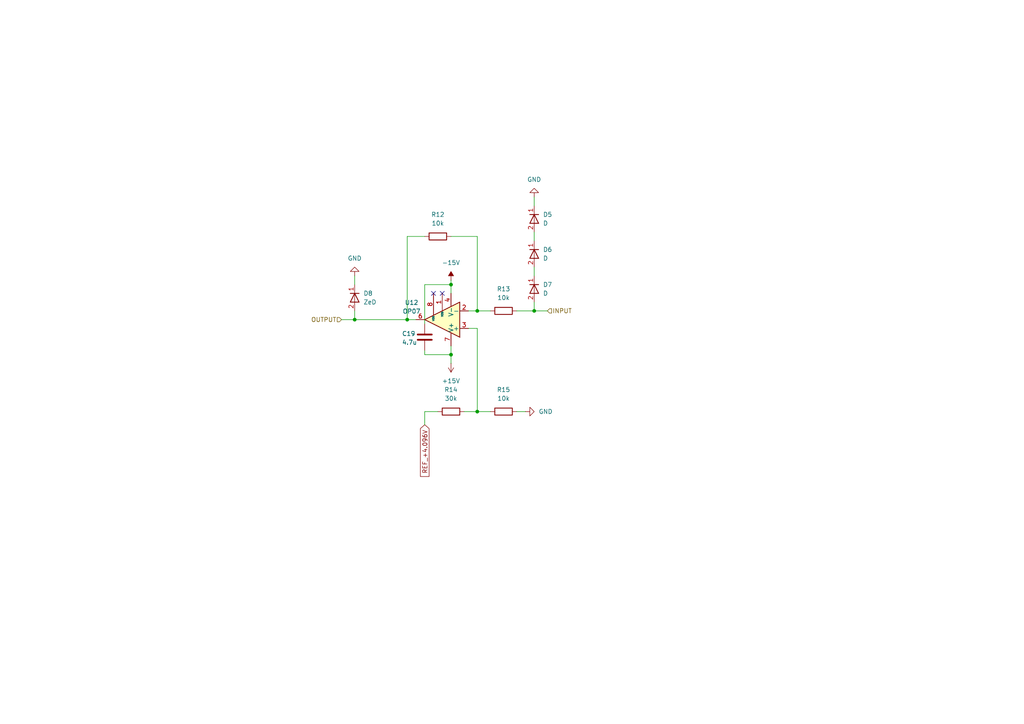
<source format=kicad_sch>
(kicad_sch (version 20231120) (generator "eeschema") (generator_version "8.0")
  (paper "A4")
  (lib_symbols
    (symbol "Amplifier_Operational:OP07" (pin_names (offset 0.127))
      (property "Reference" "U" (at 1.27 6.35 0))
      (property "Value" "OP07" (at 1.27 3.81 0))
      (symbol "OP07_0_1"
        (polyline (pts (xy -5.08 5.08) (xy 5.08 0) (xy -5.08 -5.08) (xy -5.08 5.08)) (stroke (width 0.254)) (fill (type background)))
      )
      (symbol "OP07_1_1"
        (pin input line (at 0 -7.62 90) (length 5.08) (name "VOS") (number "1"))
        (pin input line (at -7.62 -2.54 0) (length 2.54) (name "-") (number "2"))
        (pin input line (at -7.62 2.54 0) (length 2.54) (name "+") (number "3"))
        (pin power_in line (at -2.54 -7.62 90) (length 3.81) (name "V-") (number "4"))
        (pin no_connect line (at 0 2.54 270) (length 2.54) hide (name "NC") (number "5"))
        (pin output line (at 7.62 0 180) (length 2.54) (name "~") (number "6"))
        (pin power_in line (at -2.54 7.62 270) (length 3.81) (name "V+") (number "7"))
        (pin input line (at 2.54 -7.62 90) (length 6.35) (name "VOS") (number "8"))
      )
    )
    (symbol "Device:C" (pin_numbers hide) (pin_names (offset 0.254))
      (property "Reference" "C" (at 0.635 2.54 0))
      (property "Value" "C" (at 0.635 -2.54 0))
      (symbol "C_0_1"
        (polyline (pts (xy -2.032 -0.762) (xy 2.032 -0.762)) (stroke (width 0.508)))
        (polyline (pts (xy -2.032 0.762) (xy 2.032 0.762)) (stroke (width 0.508)))
      )
      (symbol "C_1_1"
        (pin passive line (at 0 3.81 270) (length 2.794) (name "~") (number "1"))
        (pin passive line (at 0 -3.81 90) (length 2.794) (name "~") (number "2"))
      )
    )
    (symbol "Device:R" (pin_numbers hide) (pin_names (offset 0))
      (property "Reference" "R" (at 2.032 0 90))
      (property "Value" "R" (at 0 0 90))
      (symbol "R_0_1"
        (rectangle (start -1.016 -2.54) (end 1.016 2.54) (stroke (width 0.254)))
      )
      (symbol "R_1_1"
        (pin passive line (at 0 3.81 270) (length 1.27) (name "~") (number "1"))
        (pin passive line (at 0 -3.81 90) (length 1.27) (name "~") (number "2"))
      )
    )
    (symbol "Simulation_SPICE:D" (pin_names (offset 1.016) hide)
      (property "Reference" "D" (at 0 2.54 0))
      (property "Value" "D" (at 0 -2.54 0))
      (symbol "D_0_1"
        (polyline (pts (xy -1.27 1.27) (xy -1.27 -1.27)) (stroke (width 0.254)))
        (polyline (pts (xy 1.27 0) (xy -1.27 0)))
        (polyline (pts (xy 1.27 1.27) (xy 1.27 -1.27) (xy -1.27 0) (xy 1.27 1.27)) (stroke (width 0.254)))
      )
      (symbol "D_1_1"
        (pin passive line (at -3.81 0 0) (length 2.54) (name "K") (number "1"))
        (pin passive line (at 3.81 0 180) (length 2.54) (name "A") (number "2"))
      )
    )
    (symbol "power:+15V" (power) (pin_numbers hide) (pin_names (offset 0) hide)
      (property "Value" "+15V" (at 0 3.556 0))
      (symbol "+15V_0_1"
        (polyline (pts (xy -0.762 1.27) (xy 0 2.54)))
        (polyline (pts (xy 0 0) (xy 0 2.54)))
        (polyline (pts (xy 0 2.54) (xy 0.762 1.27)))
      )
      (symbol "+15V_1_1"
        (pin power_in line (at 0 0 90) (length 0) (name "~") (number "1"))
      )
    )
    (symbol "power:-15V" (power) (pin_numbers hide) (pin_names (offset 0) hide)
      (property "Value" "-15V" (at 0 3.556 0))
      (symbol "-15V_0_0"
        (pin power_in line (at 0 0 90) (length 0) (name "~") (number "1"))
      )
      (symbol "-15V_0_1"
        (polyline (pts (xy 0 0) (xy 0 1.27) (xy 0.762 1.27) (xy 0 2.54) (xy -0.762 1.27) (xy 0 1.27)) (fill (type outline)))
      )
    )
    (symbol "power:GND" (power) (pin_numbers hide) (pin_names (offset 0) hide)
      (property "Value" "GND" (at 0 -3.81 0))
      (symbol "GND_0_1"
        (polyline (pts (xy 0 0) (xy 0 -1.27) (xy 1.27 -1.27) (xy 0 -2.54) (xy -1.27 -1.27) (xy 0 -1.27)))
      )
      (symbol "GND_1_1"
        (pin power_in line (at 0 0 270) (length 0) (name "~") (number "1"))
      )
    )
  )
  (junction (at 130.81 82.55))
  (junction (at 102.87 92.71))
  (junction (at 138.43 119.38))
  (junction (at 130.81 102.87))
  (junction (at 154.94 90.17))
  (junction (at 118.11 92.71))
  (junction (at 138.43 90.17))
  (no_connect (at 128.27 85.09))
  (no_connect (at 125.73 85.09))
  (wire (pts (xy 154.94 77.47) (xy 154.94 80.01)))
  (wire (pts (xy 123.19 82.55) (xy 130.81 82.55)))
  (wire (pts (xy 118.11 68.58) (xy 118.11 92.71)))
  (wire (pts (xy 154.94 57.15) (xy 154.94 59.69)))
  (wire (pts (xy 102.87 92.71) (xy 118.11 92.71)))
  (wire (pts (xy 149.86 119.38) (xy 152.4 119.38)))
  (wire (pts (xy 102.87 90.17) (xy 102.87 92.71)))
  (wire (pts (xy 123.19 119.38) (xy 123.19 123.19)))
  (wire (pts (xy 138.43 95.25) (xy 135.89 95.25)))
  (wire (pts (xy 138.43 68.58) (xy 130.81 68.58)))
  (wire (pts (xy 130.81 82.55) (xy 130.81 85.09)))
  (wire (pts (xy 123.19 119.38) (xy 127 119.38)))
  (wire (pts (xy 123.19 102.87) (xy 130.81 102.87)))
  (wire (pts (xy 138.43 90.17) (xy 142.24 90.17)))
  (wire (pts (xy 130.81 81.28) (xy 130.81 82.55)))
  (wire (pts (xy 154.94 67.31) (xy 154.94 69.85)))
  (wire (pts (xy 138.43 119.38) (xy 142.24 119.38)))
  (wire (pts (xy 99.06 92.71) (xy 102.87 92.71)))
  (wire (pts (xy 123.19 101.6) (xy 123.19 102.87)))
  (wire (pts (xy 138.43 68.58) (xy 138.43 90.17)))
  (wire (pts (xy 118.11 92.71) (xy 120.65 92.71)))
  (wire (pts (xy 102.87 80.01) (xy 102.87 82.55)))
  (wire (pts (xy 123.19 93.98) (xy 123.19 82.55)))
  (wire (pts (xy 149.86 90.17) (xy 154.94 90.17)))
  (wire (pts (xy 130.81 102.87) (xy 130.81 105.41)))
  (wire (pts (xy 154.94 87.63) (xy 154.94 90.17)))
  (wire (pts (xy 123.19 68.58) (xy 118.11 68.58)))
  (wire (pts (xy 130.81 100.33) (xy 130.81 102.87)))
  (wire (pts (xy 138.43 95.25) (xy 138.43 119.38)))
  (wire (pts (xy 135.89 90.17) (xy 138.43 90.17)))
  (wire (pts (xy 134.62 119.38) (xy 138.43 119.38)))
  (wire (pts (xy 154.94 90.17) (xy 158.75 90.17)))
  (global_label "REF_+4.096V" (shape input) (at 123.19 123.19 270) (property "Intersheetrefs" "${INTERSHEET_REFS}" (effects (hide yes))))
  (hierarchical_label "OUTPUT" (shape input) (at 99.06 92.71 180))
  (hierarchical_label "INPUT" (shape input) (at 158.75 90.17 0))
  (symbol (lib_id "power:-15V") (at 130.81 81.28 0) (unit 1)
    (property "Reference" "#PWR039" (effects (hide yes)))
    (property "Value" "-15V" (at 130.81 76.2 0))
    (property "Description" "Power symbol creates a global label with name \"-15V\"" (effects (hide yes)))
    (instances (project "SMU" (path "" (reference "#PWR039") (unit 1)) (path "" (reference "#PWR026") (unit 1))))
  )
  (symbol (lib_id "Amplifier_Operational:OP07") (at 128.27 92.71 180) (unit 1)
    (property "Reference" "U12" (at 119.38 87.7568 0))
    (property "Value" "OP07" (at 119.38 90.2968 0))
    (property "Footprint" "Package_DIP:DIP-8_W7.62mm" (effects (hide yes)))
    (property "Datasheet" "https://www.analog.com/media/en/technical-documentation/data-sheets/OP07.pdf" (effects (hide yes)))
    (property "Description" "Single Ultra-Low Offset Voltage Operational Amplifier, DIP-8/SOIC-8" (effects (hide yes)))
    (instances (project "" (path "" (reference "U12") (unit 1)) (path "" (reference "U8") (unit 1))))
  )
  (symbol (lib_id "Device:R") (at 130.81 119.38 90) (unit 1)
    (property "Reference" "R14" (at 130.81 113.03 90))
    (property "Value" "30k" (at 130.81 115.57 90))
    (property "Footprint" "Resistor_SMD:R_0603_1608Metric_Pad0.98x0.95mm_HandSolder" (effects (hide yes)))
    (property "Description" "Resistor" (effects (hide yes)))
    (property "Sim.Device" "R" (effects (hide yes)))
    (property "Sim.Type" "=" (effects (hide yes)))
    (property "Sim.Params" "r=30k" (effects (hide yes)))
    (property "Sim.Pins" "1=+ 2=-" (effects (hide yes)))
    (instances (project "SMU" (path "" (reference "R14") (unit 1)) (path "" (reference "R7") (unit 1))))
  )
  (symbol (lib_id "power:+15V") (at 130.81 105.41 180) (unit 1)
    (property "Reference" "#PWR040" (effects (hide yes)))
    (property "Value" "+15V" (at 130.81 110.49 0))
    (property "Description" "Power symbol creates a global label with name \"+15V\"" (effects (hide yes)))
    (instances (project "SMU" (path "" (reference "#PWR040") (unit 1)) (path "" (reference "#PWR027") (unit 1))))
  )
  (symbol (lib_id "power:GND") (at 102.87 80.01 180) (unit 1)
    (property "Reference" "#PWR038" (effects (hide yes)))
    (property "Value" "GND" (at 102.87 74.93 0))
    (property "Description" "Power symbol creates a global label with name \"GND\" , ground" (effects (hide yes)))
    (instances (project "SMU" (path "" (reference "#PWR038") (unit 1)) (path "" (reference "#PWR025") (unit 1))))
  )
  (symbol (lib_id "power:GND") (at 154.94 57.15 180) (unit 1)
    (property "Reference" "#PWR037" (effects (hide yes)))
    (property "Value" "GND" (at 154.94 52.07 0))
    (property "Description" "Power symbol creates a global label with name \"GND\" , ground" (effects (hide yes)))
    (instances (project "SMU" (path "" (reference "#PWR037") (unit 1)) (path "" (reference "#PWR024") (unit 1))))
  )
  (symbol (lib_id "Simulation_SPICE:D") (at 154.94 73.66 270) (unit 1)
    (property "Reference" "D6" (at 157.48 72.3899 90) (effects (justify left)))
    (property "Value" "D" (at 157.48 74.9299 90) (effects (justify left)))
    (property "Footprint" "Diode_THT:D_T-1_P5.08mm_Horizontal" (effects (hide yes)))
    (property "Datasheet" "https://ngspice.sourceforge.io/docs/ngspice-html-manual/manual.xhtml#cha_DIODEs" (effects (hide yes)))
    (property "Description" "Diode for simulation or PCB" (effects (hide yes)))
    (property "Sim.Device" "D" (effects (hide yes)))
    (property "Sim.Pins" "1=K 2=A" (effects (hide yes)))
    (property "Sim.Params" "rs=50m cjo=10p" (effects (hide yes)))
    (instances (project "SMU" (path "" (reference "D6") (unit 1)) (path "" (reference "D2") (unit 1))))
  )
  (symbol (lib_id "Device:R") (at 146.05 90.17 90) (unit 1)
    (property "Reference" "R13" (at 146.05 83.82 90))
    (property "Value" "10k" (at 146.05 86.36 90))
    (property "Footprint" "Resistor_SMD:R_0603_1608Metric_Pad0.98x0.95mm_HandSolder" (effects (hide yes)))
    (property "Description" "Resistor" (effects (hide yes)))
    (instances (project "SMU" (path "" (reference "R13") (unit 1)) (path "" (reference "R6") (unit 1))))
  )
  (symbol (lib_id "power:GND") (at 152.4 119.38 90) (unit 1)
    (property "Reference" "#PWR041" (effects (hide yes)))
    (property "Value" "GND" (at 156.21 119.3799 90) (effects (justify right)))
    (property "Description" "Power symbol creates a global label with name \"GND\" , ground" (effects (hide yes)))
    (instances (project "SMU" (path "" (reference "#PWR041") (unit 1)) (path "" (reference "#PWR028") (unit 1))))
  )
  (symbol (lib_id "Device:C") (at 123.19 97.79 0) (unit 1)
    (property "Reference" "C19" (at 116.586 96.774 0) (effects (justify left)))
    (property "Value" "4.7u" (at 116.586 99.314 0) (effects (justify left)))
    (property "Footprint" "Capacitor_SMD:C_0603_1608Metric_Pad1.08x0.95mm_HandSolder" (effects (hide yes)))
    (property "Description" "Unpolarized capacitor" (effects (hide yes)))
    (instances (project "SMU" (path "" (reference "C19") (unit 1)) (path "" (reference "C14") (unit 1))))
  )
  (symbol (lib_id "Simulation_SPICE:D") (at 154.94 63.5 270) (unit 1)
    (property "Reference" "D5" (at 157.48 62.2299 90) (effects (justify left)))
    (property "Value" "D" (at 157.48 64.7699 90) (effects (justify left)))
    (property "Footprint" "Diode_THT:D_T-1_P5.08mm_Horizontal" (effects (hide yes)))
    (property "Datasheet" "https://ngspice.sourceforge.io/docs/ngspice-html-manual/manual.xhtml#cha_DIODEs" (effects (hide yes)))
    (property "Description" "Diode for simulation or PCB" (effects (hide yes)))
    (property "Sim.Device" "D" (effects (hide yes)))
    (property "Sim.Pins" "1=K 2=A" (effects (hide yes)))
    (property "Sim.Params" "rs=50m cjo=10p" (effects (hide yes)))
    (instances (project "SMU" (path "" (reference "D5") (unit 1)) (path "" (reference "D1") (unit 1))))
  )
  (symbol (lib_id "Device:R") (at 127 68.58 90) (unit 1)
    (property "Reference" "R12" (at 127 62.23 90))
    (property "Value" "10k" (at 127 64.77 90))
    (property "Footprint" "Resistor_SMD:R_0603_1608Metric_Pad0.98x0.95mm_HandSolder" (effects (hide yes)))
    (property "Description" "Resistor" (effects (hide yes)))
    (instances (project "SMU" (path "" (reference "R12") (unit 1)) (path "" (reference "R5") (unit 1))))
  )
  (symbol (lib_id "Simulation_SPICE:D") (at 102.87 86.36 270) (unit 1)
    (property "Reference" "D8" (at 105.41 85.0899 90) (effects (justify left)))
    (property "Value" "ZeD" (at 105.41 87.6299 90) (effects (justify left)))
    (property "Footprint" "Diode_THT:D_T-1_P5.08mm_Horizontal" (effects (hide yes)))
    (property "Datasheet" "https://ngspice.sourceforge.io/docs/ngspice-html-manual/manual.xhtml#cha_DIODEs" (effects (hide yes)))
    (property "Description" "Diode for simulation or PCB" (effects (hide yes)))
    (property "Sim.Device" "D" (effects (hide yes)))
    (property "Sim.Pins" "1=K 2=A" (effects (hide yes)))
    (property "Sim.Params" "rs=50m cjo=10p" (effects (hide yes)))
    (instances (project "SMU" (path "" (reference "D8") (unit 1)) (path "" (reference "D4") (unit 1))))
  )
  (symbol (lib_id "Device:R") (at 146.05 119.38 90) (unit 1)
    (property "Reference" "R15" (at 146.05 113.03 90))
    (property "Value" "10k" (at 146.05 115.57 90))
    (property "Footprint" "Resistor_SMD:R_0603_1608Metric_Pad0.98x0.95mm_HandSolder" (effects (hide yes)))
    (property "Description" "Resistor" (effects (hide yes)))
    (property "Sim.Device" "R" (effects (hide yes)))
    (property "Sim.Type" "=" (effects (hide yes)))
    (property "Sim.Params" "r=10k" (effects (hide yes)))
    (property "Sim.Pins" "1=+ 2=-" (effects (hide yes)))
    (instances (project "SMU" (path "" (reference "R15") (unit 1)) (path "" (reference "R8") (unit 1))))
  )
  (symbol (lib_id "Simulation_SPICE:D") (at 154.94 83.82 270) (unit 1)
    (property "Reference" "D7" (at 157.48 82.5499 90) (effects (justify left)))
    (property "Value" "D" (at 157.48 85.0899 90) (effects (justify left)))
    (property "Footprint" "Diode_THT:D_T-1_P5.08mm_Horizontal" (effects (hide yes)))
    (property "Datasheet" "https://ngspice.sourceforge.io/docs/ngspice-html-manual/manual.xhtml#cha_DIODEs" (effects (hide yes)))
    (property "Description" "Diode for simulation or PCB" (effects (hide yes)))
    (property "Sim.Device" "D" (effects (hide yes)))
    (property "Sim.Pins" "1=K 2=A" (effects (hide yes)))
    (property "Sim.Params" "rs=50m cjo=10p" (effects (hide yes)))
    (instances (project "SMU" (path "" (reference "D7") (unit 1)) (path "" (reference "D3") (unit 1))))
  )
)
</source>
